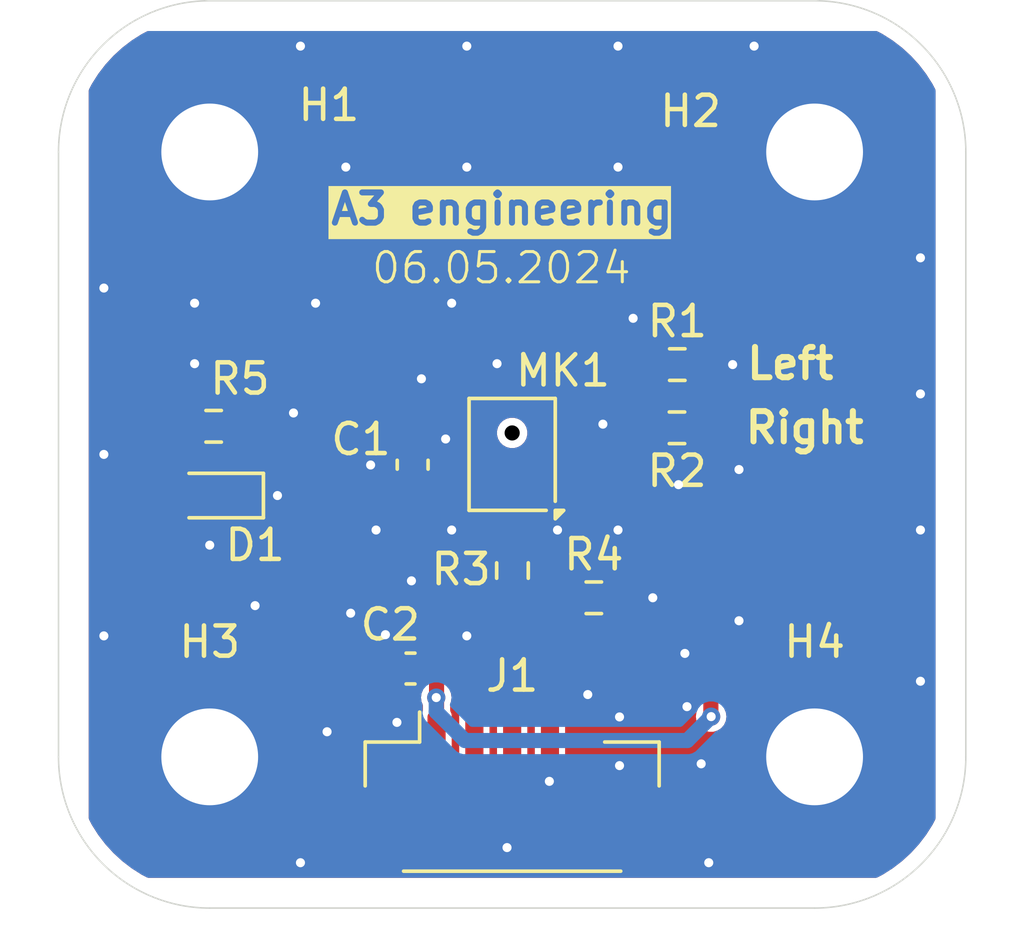
<source format=kicad_pcb>
(kicad_pcb (version 20240108) (generator "pcbnew") (generator_version "8.0")
  (layers (0 "F.Cu" signal) (31 "B.Cu" signal) (34 "B.Paste" user) (35 "F.Paste" user) (36 "B.SilkS" user "B.Silkscreen") (37 "F.SilkS" user "F.Silkscreen") (38 "B.Mask" user) (39 "F.Mask" user) (44 "Edge.Cuts" user))
  (net 0 "")
  (net 1 "GND")
  (net 2 "+3.3V")
  (net 3 "Net-(D1-A)")
  (net 4 "/I2S_SCK")
  (net 5 "/I2S_WS")
  (net 6 "/I2S_SD")
  (net 7 "Net-(MK1-LR)")
  (net 8 "Net-(MK1-SD)")
  (footprint "Resistor_SMD:R_0603_1608Metric_Pad0.98x0.95mm_HandSolder" (layer "F.Cu") (at 120.45 84.12 180)
    (property "Reference" "R2" (at 0 -1.43 180) (layer "F.SilkS"))
    (property "Value" "0R")
    (fp_line (start -0.254724 0.5225) (end 0.254724 0.5225) (stroke (width 0.12)) (layer "F.SilkS"))
    (fp_line (start -0.254724 -0.5225) (end 0.254724 -0.5225) (stroke (width 0.12)) (layer "F.SilkS"))
    (pad "1" smd roundrect (at -0.9125 0 180) (size 0.975 0.95) (layers "F.Cu" "F.Paste" "F.Mask") (net 2 "+3.3V"))
    (pad "2" smd roundrect (at 0.9125 0 180) (size 0.975 0.95) (layers "F.Cu" "F.Paste" "F.Mask") (net 7 "Net-(MK1-LR)"))
  )
  (footprint "LED_SMD:LED_0603_1608Metric_Pad1.05x0.95mm_HandSolder" (layer "F.Cu") (at 105.115 86.36 180)
    (property "Reference" "D1" (at -1.385 -1.64 180) (layer "F.SilkS"))
    (property "Value" "LED")
    (fp_line (start 0.8 -0.735) (end -1.66 -0.735) (stroke (width 0.12)) (layer "F.SilkS"))
    (fp_line (start -1.66 0.735) (end 0.8 0.735) (stroke (width 0.12)) (layer "F.SilkS"))
    (fp_line (start -1.66 -0.735) (end -1.66 0.735) (stroke (width 0.12)) (layer "F.SilkS"))
    (pad "1" smd roundrect (at -0.875 0 180) (size 1.05 0.95) (layers "F.Cu" "F.Paste" "F.Mask") (net 1 "GND"))
    (pad "2" smd roundrect (at 0.875 0 180) (size 1.05 0.95) (layers "F.Cu" "F.Paste" "F.Mask") (net 3 "Net-(D1-A)"))
  )
  (footprint "Resistor_SMD:R_0603_1608Metric_Pad0.98x0.95mm_HandSolder" (layer "F.Cu") (at 105.13 84.07 180)
    (property "Reference" "R5" (at -0.87 1.57 180) (layer "F.SilkS"))
    (property "Value" "330R")
    (fp_line (start -0.254724 0.5225) (end 0.254724 0.5225) (stroke (width 0.12)) (layer "F.SilkS"))
    (fp_line (start -0.254724 -0.5225) (end 0.254724 -0.5225) (stroke (width 0.12)) (layer "F.SilkS"))
    (pad "1" smd roundrect (at -0.9125 0 180) (size 0.975 0.95) (layers "F.Cu" "F.Paste" "F.Mask") (net 2 "+3.3V"))
    (pad "2" smd roundrect (at 0.9125 0 180) (size 0.975 0.95) (layers "F.Cu" "F.Paste" "F.Mask") (net 3 "Net-(D1-A)"))
  )
  (footprint "Capacitor_SMD:C_0603_1608Metric_Pad1.08x0.95mm_HandSolder" (layer "F.Cu") (at 111.71 85.34 90)
    (property "Reference" "C1" (at 0.840001 -1.709999 180) (layer "F.SilkS"))
    (property "Value" "100n")
    (fp_line (start -0.146267 -0.51) (end 0.146267 -0.51) (stroke (width 0.12)) (layer "F.SilkS"))
    (fp_line (start -0.146267 0.51) (end 0.146267 0.51) (stroke (width 0.12)) (layer "F.SilkS"))
    (pad "1" smd roundrect (at -0.8625 0 90) (size 1.075 0.95) (layers "F.Cu" "F.Paste" "F.Mask") (net 2 "+3.3V"))
    (pad "2" smd roundrect (at 0.8625 0 90) (size 1.075 0.95) (layers "F.Cu" "F.Paste" "F.Mask") (net 1 "GND"))
  )
  (footprint "Sensor_Audio:InvenSense_ICS-43434-6_3.5x2.65mm" (layer "F.Cu") (at 115 85 180)
    (property "Reference" "MK1" (at -1.68 2.77 0) (layer "F.SilkS"))
    (property "Value" "ICS-43434")
    (fp_line (start 1.425 1.85) (end -1.425 1.85) (stroke (width 0.12)) (layer "F.SilkS"))
    (fp_line (start 1.425 -1.85) (end 1.425 1.85) (stroke (width 0.12)) (layer "F.SilkS"))
    (fp_line (start -1.125 -1.85) (end 1.425 -1.85) (stroke (width 0.12)) (layer "F.SilkS"))
    (fp_line (start -1.425 1.85) (end -1.425 -1.55) (stroke (width 0.12)) (layer "F.SilkS"))
    (fp_poly (pts (xy -1.425 -1.85) (xy -1.705 -1.85) (xy -1.425 -2.13) (xy -1.425 -1.85)) (stroke (width 0.12)) (fill solid) (layer "F.SilkS"))
    (pad "" np_thru_hole circle (at 0 0.71 180) (size 0.5 0.5) (drill 0.5) (layers "*.Mask"))
    (pad "1" smd rect (at -0.9 -1.364 180) (size 0.6 0.522) (layers "F.Cu" "F.Mask") (net 5 "/I2S_WS"))
    (pad "2" smd rect (at -0.9 -0.542 180) (size 0.6 0.522) (layers "F.Cu" "F.Mask") (net 7 "Net-(MK1-LR)"))
    (pad "3" smd custom (at 0.6625 0.71 270) (size 0.3 0.3) (layers "F.Cu" "F.Mask") (net 1 "GND") (options (clearance outline) (anchor circle)) (primitives (gr_circle (center 0 -0.6625) (end 0.6625 -0.6625) (width 0.3) (fill no))))
    (pad "4" smd rect (at 0.9 -0.542 180) (size 0.6 0.522) (layers "F.Cu" "F.Mask") (net 4 "/I2S_SCK"))
    (pad "5" smd rect (at 0.9 -1.364 180) (size 0.6 0.522) (layers "F.Cu" "F.Mask") (net 2 "+3.3V"))
    (pad "6" smd rect (at 0 -1.364 180) (size 0.6 0.522) (layers "F.Cu" "F.Mask") (net 8 "Net-(MK1-SD)"))
  )
  (footprint "MountingHole:MountingHole_3.2mm_M3_DIN965_Pad" (layer "F.Cu") (at 105 95)
    (property "Reference" "H3" (at 0 -3.8 0) (layer "F.SilkS"))
    (property "Value" "MountingHole_Pad")
    (pad "1" thru_hole circle (at 0 0) (size 5.6 5.6) (drill 3.2) (layers "*.Cu" "*.Mask") (net 1 "GND"))
  )
  (footprint "Capacitor_SMD:C_0603_1608Metric_Pad1.08x0.95mm_HandSolder" (layer "F.Cu") (at 111.64 92.08 180)
    (property "Reference" "C2" (at 0.67 1.45 180) (layer "F.SilkS"))
    (property "Value" "1u")
    (fp_line (start -0.146267 0.51) (end 0.146267 0.51) (stroke (width 0.12)) (layer "F.SilkS"))
    (fp_line (start -0.146267 -0.51) (end 0.146267 -0.51) (stroke (width 0.12)) (layer "F.SilkS"))
    (pad "1" smd roundrect (at -0.8625 0 180) (size 1.075 0.95) (layers "F.Cu" "F.Paste" "F.Mask") (net 2 "+3.3V"))
    (pad "2" smd roundrect (at 0.8625 0 180) (size 1.075 0.95) (layers "F.Cu" "F.Paste" "F.Mask") (net 1 "GND"))
  )
  (footprint "Resistor_SMD:R_0603_1608Metric_Pad0.98x0.95mm_HandSolder" (layer "F.Cu") (at 117.7 89.74)
    (property "Reference" "R4" (at 0 -1.43 0) (layer "F.SilkS"))
    (property "Value" "100k")
    (fp_line (start -0.254724 -0.5225) (end 0.254724 -0.5225) (stroke (width 0.12)) (layer "F.SilkS"))
    (fp_line (start -0.254724 0.5225) (end 0.254724 0.5225) (stroke (width 0.12)) (layer "F.SilkS"))
    (pad "1" smd roundrect (at -0.9125 0) (size 0.975 0.95) (layers "F.Cu" "F.Paste" "F.Mask") (net 6 "/I2S_SD"))
    (pad "2" smd roundrect (at 0.9125 0) (size 0.975 0.95) (layers "F.Cu" "F.Paste" "F.Mask") (net 1 "GND"))
  )
  (footprint "MountingHole:MountingHole_3.2mm_M3_DIN965_Pad" (layer "F.Cu") (at 125 75)
    (property "Reference" "H2" (at -4.1 -1.35 0) (layer "F.SilkS"))
    (property "Value" "MountingHole_Pad")
    (pad "1" thru_hole circle (at 0 0) (size 5.6 5.6) (drill 3.2) (layers "*.Cu" "*.Mask") (net 1 "GND"))
  )
  (footprint "Connector_JST:JST_GH_SM05B-GHS-TB_1x05-1MP_P1.25mm_Horizontal" (layer "F.Cu") (at 115 96.22)
    (property "Reference" "J1" (at 0 -3.9 0) (layer "F.SilkS"))
    (property "Value" "Conn_01x05_MountingPin")
    (fp_line (start -4.86 -1.71) (end -3.06 -1.71) (stroke (width 0.12)) (layer "F.SilkS"))
    (fp_line (start -4.86 -0.26) (end -4.86 -1.71) (stroke (width 0.12)) (layer "F.SilkS"))
    (fp_line (start -3.59 2.56) (end 3.59 2.56) (stroke (width 0.12)) (layer "F.SilkS"))
    (fp_line (start -3.06 -1.71) (end -3.06 -2.7) (stroke (width 0.12)) (layer "F.SilkS"))
    (fp_line (start 4.86 -1.71) (end 3.06 -1.71) (stroke (width 0.12)) (layer "F.SilkS"))
    (fp_line (start 4.86 -0.26) (end 4.86 -1.71) (stroke (width 0.12)) (layer "F.SilkS"))
    (pad "1" smd roundrect (at -2.5 -1.85) (size 0.6 1.7) (layers "F.Cu" "F.Paste" "F.Mask") (net 2 "+3.3V"))
    (pad "2" smd roundrect (at -1.25 -1.85) (size 0.6 1.7) (layers "F.Cu" "F.Paste" "F.Mask") (net 4 "/I2S_SCK"))
    (pad "3" smd roundrect (at 0 -1.85) (size 0.6 1.7) (layers "F.Cu" "F.Paste" "F.Mask") (net 6 "/I2S_SD"))
    (pad "4" smd roundrect (at 1.25 -1.85) (size 0.6 1.7) (layers "F.Cu" "F.Paste" "F.Mask") (net 5 "/I2S_WS"))
    (pad "5" smd roundrect (at 2.5 -1.85) (size 0.6 1.7) (layers "F.Cu" "F.Paste" "F.Mask") (net 1 "GND"))
    (pad "MP" smd roundrect (at -4.35 1.35) (size 1 2.7) (layers "F.Cu" "F.Paste" "F.Mask") (net 1 "GND"))
    (pad "MP" smd roundrect (at 4.35 1.35) (size 1 2.7) (layers "F.Cu" "F.Paste" "F.Mask") (net 1 "GND"))
  )
  (footprint "Resistor_SMD:R_0603_1608Metric_Pad0.98x0.95mm_HandSolder" (layer "F.Cu") (at 115.01 88.84 -90)
    (property "Reference" "R3" (at -0.04 1.7 180) (layer "F.SilkS"))
    (property "Value" "22R")
    (fp_line (start -0.254724 0.5225) (end 0.254724 0.5225) (stroke (width 0.12)) (layer "F.SilkS"))
    (fp_line (start -0.254724 -0.5225) (end 0.254724 -0.5225) (stroke (width 0.12)) (layer "F.SilkS"))
    (pad "1" smd roundrect (at -0.9125 0 270) (size 0.975 0.95) (layers "F.Cu" "F.Paste" "F.Mask") (net 8 "Net-(MK1-SD)"))
    (pad "2" smd roundrect (at 0.9125 0 270) (size 0.975 0.95) (layers "F.Cu" "F.Paste" "F.Mask") (net 6 "/I2S_SD"))
  )
  (footprint "Resistor_SMD:R_0603_1608Metric_Pad0.98x0.95mm_HandSolder" (layer "F.Cu") (at 120.46 82.03)
    (property "Reference" "R1" (at 0 -1.43 0) (layer "F.SilkS"))
    (property "Value" "0R")
    (fp_line (start -0.254724 -0.5225) (end 0.254724 -0.5225) (stroke (width 0.12)) (layer "F.SilkS"))
    (fp_line (start -0.254724 0.5225) (end 0.254724 0.5225) (stroke (width 0.12)) (layer "F.SilkS"))
    (pad "1" smd roundrect (at -0.9125 0) (size 0.975 0.95) (layers "F.Cu" "F.Paste" "F.Mask") (net 7 "Net-(MK1-LR)"))
    (pad "2" smd roundrect (at 0.9125 0) (size 0.975 0.95) (layers "F.Cu" "F.Paste" "F.Mask") (net 1 "GND"))
  )
  (footprint "MountingHole:MountingHole_3.2mm_M3_DIN965_Pad" (layer "F.Cu") (at 125 95)
    (property "Reference" "H4" (at 0 -3.8 0) (layer "F.SilkS"))
    (property "Value" "MountingHole_Pad")
    (pad "1" thru_hole circle (at 0 0) (size 5.6 5.6) (drill 3.2) (layers "*.Cu" "*.Mask") (net 1 "GND"))
  )
  (footprint "MountingHole:MountingHole_3.2mm_M3_DIN965_Pad" (layer "F.Cu") (at 105 75)
    (property "Reference" "H1" (at 3.94 -1.55 0) (layer "F.SilkS"))
    (property "Value" "MountingHole_Pad")
    (pad "1" thru_hole circle (at 0 0) (size 5.6 5.6) (drill 3.2) (layers "*.Cu" "*.Mask") (net 1 "GND"))
  )
  (gr_arc (start 130 95) (mid 128.535534 98.535534) (end 125 100) (stroke (width 0.05)) (layer "Edge.Cuts"))
  (gr_line (start 105 70) (end 125 70) (stroke (width 0.05)) (layer "Edge.Cuts"))
  (gr_arc (start 100 75) (mid 101.464466 71.464466) (end 105 70) (stroke (width 0.05)) (layer "Edge.Cuts"))
  (gr_line (start 105 100) (end 125 100) (stroke (width 0.05)) (layer "Edge.Cuts"))
  (gr_line (start 100 75) (end 100 95) (stroke (width 0.05)) (layer "Edge.Cuts"))
  (gr_arc (start 105 100) (mid 101.464466 98.535534) (end 100 95) (stroke (width 0.05)) (layer "Edge.Cuts"))
  (gr_arc (start 125 70) (mid 128.535534 71.464466) (end 130 75) (stroke (width 0.05)) (layer "Edge.Cuts"))
  (gr_line (start 130 75) (end 130 95) (stroke (width 0.05)) (layer "Edge.Cuts"))
  (gr_text "06.05.2024" (at 110.29 79.42 0) (layer "F.SilkS") (effects (font (size 1 1) (thickness 0.1)) (justify left bottom)))
  (gr_text "A3 engineering" (at 108.91 77.47 0) (layer "F.SilkS" knockout) (effects (font (size 1 1) (thickness 0.2) (bold yes)) (justify left bottom)))
  (gr_text "Left" (at 122.66 82.58 0) (layer "F.SilkS") (effects (font (size 1 1) (thickness 0.2) (bold yes)) (justify left bottom)))
  (gr_text "Right" (at 122.61 84.7 0) (layer "F.SilkS") (effects (font (size 1 1) (thickness 0.2) (bold yes)) (justify left bottom)))
  (segment (start 122.29 82.03) (end 121.3725 82.03) (width 0.5) (layer "F.Cu") (net 1))
  (segment (start 112.8 84.49) (end 111.7225 84.49) (width 0.5) (layer "F.Cu") (net 1))
  (segment (start 119.65 89.74) (end 118.6125 89.74) (width 0.5) (layer "F.Cu") (net 1))
  (segment (start 111.7225 84.49) (end 111.71 84.4775) (width 0.5) (layer "F.Cu") (net 1))
  (segment (start 107.24 86.36) (end 105.99 86.36) (width 0.5) (layer "F.Cu") (net 1))
  (via (at 119 80.5) (size 0.6) (drill 0.3) (layers "F.Cu" "B.Cu") (net 1))
  (via (at 113 87.5) (size 0.6) (drill 0.3) (layers "F.Cu" "B.Cu") (net 1))
  (via (at 113 80) (size 0.6) (drill 0.3) (layers "F.Cu" "B.Cu") (net 1))
  (via (at 128.5 92.5) (size 0.6) (drill 0.3) (layers "F.Cu" "B.Cu") (net 1))
  (via (at 110.5 87.5) (size 0.6) (drill 0.3) (layers "F.Cu" "B.Cu") (net 1))
  (via (at 105 88) (size 0.6) (drill 0.3) (layers "F.Cu" "B.Cu") (net 1))
  (via (at 106.5 90) (size 0.6) (drill 0.3) (layers "F.Cu" "B.Cu") (net 1))
  (via (at 113.5 91) (size 0.6) (drill 0.3) (layers "F.Cu" "B.Cu") (net 1))
  (via (at 128.5 78.5) (size 0.6) (drill 0.3) (layers "F.Cu" "B.Cu") (net 1))
  (via (at 122.29 82.03) (size 0.6) (drill 0.3) (layers "F.Cu" "B.Cu") (net 1))
  (via (at 118.55 95.29) (size 0.6) (drill 0.3) (layers "F.Cu" "B.Cu") (net 1))
  (via (at 108 98.5) (size 0.6) (drill 0.3) (layers "F.Cu" "B.Cu") (net 1))
  (via (at 111.19 93.86) (size 0.6) (drill 0.3) (layers "F.Cu" "B.Cu") (net 1))
  (via (at 128.5 87.5) (size 0.6) (drill 0.3) (layers "F.Cu" "B.Cu") (net 1))
  (via (at 122.5 85.5) (size 0.6) (drill 0.3) (layers "F.Cu" "B.Cu") (net 1))
  (via (at 118.5 87.5) (size 0.6) (drill 0.3) (layers "F.Cu" "B.Cu") (net 1))
  (via (at 110.81 90.96) (size 0.6) (drill 0.3) (layers "F.Cu" "B.Cu") (net 1))
  (via (at 109.5 75.5) (size 0.6) (drill 0.3) (layers "F.Cu" "B.Cu") (net 1))
  (via (at 120.78 93.34) (size 0.6) (drill 0.3) (layers "F.Cu" "B.Cu") (net 1))
  (via (at 119.65 89.74) (size 0.6) (drill 0.3) (layers "F.Cu" "B.Cu") (net 1))
  (via (at 101.5 85) (size 0.6) (drill 0.3) (layers "F.Cu" "B.Cu") (net 1))
  (via (at 116.5 87.5) (size 0.6) (drill 0.3) (layers "F.Cu" "B.Cu") (net 1))
  (via (at 108.5 80) (size 0.6) (drill 0.3) (layers "F.Cu" "B.Cu") (net 1))
  (via (at 108.88 94.17) (size 0.6) (drill 0.3) (layers "F.Cu" "B.Cu") (net 1))
  (via (at 113.5 71.5) (size 0.6) (drill 0.3) (layers "F.Cu" "B.Cu") (net 1))
  (via (at 104.5 82) (size 0.6) (drill 0.3) (layers "F.Cu" "B.Cu") (net 1))
  (via (at 121.25 95.23) (size 0.6) (drill 0.3) (layers "F.Cu" "B.Cu") (net 1))
  (via (at 112 82.5) (size 0.6) (drill 0.3) (layers "F.Cu" "B.Cu") (net 1))
  (via (at 118.5 71.5) (size 0.6) (drill 0.3) (layers "F.Cu" "B.Cu") (net 1))
  (via (at 121.5 98.5) (size 0.6) (drill 0.3) (layers "F.Cu" "B.Cu") (net 1))
  (via (at 107.77 83.63) (size 0.6) (drill 0.3) (layers "F.Cu" "B.Cu") (net 1))
  (via (at 118.55 93.68) (size 0.6) (drill 0.3) (layers "F.Cu" "B.Cu") (net 1))
  (via (at 109.66 90.25) (size 0.6) (drill 0.3) (layers "F.Cu" "B.Cu") (net 1))
  (via (at 101.5 91) (size 0.6) (drill 0.3) (layers "F.Cu" "B.Cu") (net 1))
  (via (at 114.5 82) (size 0.6) (drill 0.3) (layers "F.Cu" "B.Cu") (net 1))
  (via (at 110.32 85.35) (size 0.6) (drill 0.3) (layers "F.Cu" "B.Cu") (net 1))
  (via (at 122.5 90.5) (size 0.6) (drill 0.3) (layers "F.Cu" "B.Cu") (net 1))
  (via (at 128.5 83) (size 0.6) (drill 0.3) (layers "F.Cu" "B.Cu") (net 1))
  (via (at 116.23 95.81) (size 0.6) (drill 0.3) (layers "F.Cu" "B.Cu") (net 1))
  (via (at 112.8 84.49) (size 0.6) (drill 0.3) (layers "F.Cu" "B.Cu") (net 1))
  (via (at 117.5 92.94) (size 0.6) (drill 0.3) (layers "F.Cu" "B.Cu") (net 1))
  (via (at 120.71 91.58) (size 0.6) (drill 0.3) (layers "F.Cu" "B.Cu") (net 1))
  (via (at 118 84) (size 0.6) (drill 0.3) (layers "F.Cu" "B.Cu") (net 1))
  (via (at 101.5 79.5) (size 0.6) (drill 0.3) (layers "F.Cu" "B.Cu") (net 1))
  (via (at 104.5 80) (size 0.6) (drill 0.3) (layers "F.Cu" "B.Cu") (net 1))
  (via (at 107.24 86.36) (size 0.6) (drill 0.3) (layers "F.Cu" "B.Cu") (net 1))
  (via (at 118.5 75.5) (size 0.6) (drill 0.3) (layers "F.Cu" "B.Cu") (net 1))
  (via (at 108 71.5) (size 0.6) (drill 0.3) (layers "F.Cu" "B.Cu") (net 1))
  (via (at 111.67 89.18) (size 0.6) (drill 0.3) (layers "F.Cu" "B.Cu") (net 1))
  (via (at 114.83 98) (size 0.6) (drill 0.3) (layers "F.Cu" "B.Cu") (net 1))
  (via (at 120.5 86) (size 0.6) (drill 0.3) (layers "F.Cu" "B.Cu") (net 1))
  (via (at 113.5 75.5) (size 0.6) (drill 0.3) (layers "F.Cu" "B.Cu") (net 1))
  (via (at 123 71.5) (size 0.6) (drill 0.3) (layers "F.Cu" "B.Cu") (net 1))
  (segment (start 111.71 87.86) (end 112.5025 88.6525) (width 0.5) (layer "F.Cu") (net 2))
  (segment (start 112.5 92.0825) (end 112.5025 92.08) (width 0.5) (layer "F.Cu") (net 2))
  (segment (start 112.49 93.04) (end 112.5 93.03) (width 0.5) (layer "F.Cu") (net 2))
  (segment (start 121.57 84.3275) (end 121.57 93.66) (width 0.5) (layer "F.Cu") (net 2))
  (segment (start 106.96 84.07) (end 109.0925 86.2025) (width 0.5) (layer "F.Cu") (net 2))
  (segment (start 111.5925 86.32) (end 111.71 86.2025) (width 0.5) (layer "F.Cu") (net 2))
  (segment (start 109.0925 86.2025) (end 111.71 86.2025) (width 0.5) (layer "F.Cu") (net 2))
  (segment (start 114.1 86.364) (end 111.8715 86.364) (width 0.5) (layer "F.Cu") (net 2))
  (segment (start 121.58 93.67) (end 121.57 93.68) (width 0.5) (layer "F.Cu") (net 2))
  (segment (start 106.0425 84.07) (end 106.96 84.07) (width 0.5) (layer "F.Cu") (net 2))
  (segment (start 112.5 93.05) (end 112.49 93.04) (width 0.5) (layer "F.Cu") (net 2))
  (segment (start 111.71 86.2025) (end 111.71 87.86) (width 0.5) (layer "F.Cu") (net 2))
  (segment (start 112.5 93.03) (end 112.5 92.0825) (width 0.5) (layer "F.Cu") (net 2))
  (segment (start 112.5025 88.6525) (end 112.5025 92.08) (width 0.5) (layer "F.Cu") (net 2))
  (segment (start 112.5 94.37) (end 112.5 93.05) (width 0.5) (layer "F.Cu") (net 2))
  (segment (start 121.3625 84.12) (end 121.57 84.3275) (width 0.5) (layer "F.Cu") (net 2))
  (segment (start 111.8715 86.364) (end 111.71 86.2025) (width 0.5) (layer "F.Cu") (net 2))
  (segment (start 121.57 93.68) (end 121.57 93.69) (width 0.5) (layer "F.Cu") (net 2))
  (segment (start 121.57 93.66) (end 121.58 93.67) (width 0.5) (layer "F.Cu") (net 2))
  (via (at 121.58 93.67) (size 0.6) (drill 0.3) (layers "F.Cu" "B.Cu") (net 2))
  (via (at 112.49 93.04) (size 0.6) (drill 0.3) (layers "F.Cu" "B.Cu") (net 2))
  (segment (start 112.49 93.04) (end 112.49 93.51) (width 0.5) (layer "B.Cu") (net 2))
  (segment (start 112.49 93.51) (end 113.44 94.46) (width 0.5) (layer "B.Cu") (net 2))
  (segment (start 113.44 94.46) (end 120.79 94.46) (width 0.5) (layer "B.Cu") (net 2))
  (segment (start 120.79 94.46) (end 121.58 93.67) (width 0.5) (layer "B.Cu") (net 2))
  (segment (start 104.2175 86.3375) (end 104.24 86.36) (width 0.5) (layer "F.Cu") (net 3))
  (segment (start 104.2175 84.07) (end 104.2175 86.3375) (width 0.5) (layer "F.Cu") (net 3))
  (segment (start 104.13 81.04) (end 102.54 82.63) (width 0.5) (layer "F.Cu") (net 4))
  (segment (start 107 89.03) (end 108.98 91.01) (width 0.5) (layer "F.Cu") (net 4))
  (segment (start 111.95 96.06) (end 113.3 96.06) (width 0.5) (layer "F.Cu") (net 4))
  (segment (start 113.55 81.78) (end 112.81 81.04) (width 0.5) (layer "F.Cu") (net 4))
  (segment (start 112.81 81.04) (end 104.13 81.04) (width 0.5) (layer "F.Cu") (net 4))
  (segment (start 113.3 96.06) (end 113.75 95.61) (width 0.5) (layer "F.Cu") (net 4))
  (segment (start 113.55 85) (end 113.55 81.78) (width 0.5) (layer "F.Cu") (net 4))
  (segment (start 114.1 85.542) (end 114.092 85.542) (width 0.5) (layer "F.Cu") (net 4))
  (segment (start 104.25 89.03) (end 107 89.03) (width 0.5) (layer "F.Cu") (net 4))
  (segment (start 108.98 91.01) (end 108.98 93.09) (width 0.5) (layer "F.Cu") (net 4))
  (segment (start 102.54 82.63) (end 102.54 87.32) (width 0.5) (layer "F.Cu") (net 4))
  (segment (start 114.092 85.542) (end 113.55 85) (width 0.5) (layer "F.Cu") (net 4))
  (segment (start 113.75 95.61) (end 113.75 94.37) (width 0.5) (layer "F.Cu") (net 4))
  (segment (start 108.98 93.09) (end 111.95 96.06) (width 0.5) (layer "F.Cu") (net 4))
  (segment (start 102.54 87.32) (end 104.25 89.03) (width 0.5) (layer "F.Cu") (net 4))
  (segment (start 116.25 92.28) (end 116.25 94.37) (width 0.5) (layer "F.Cu") (net 5))
  (segment (start 120.74 90.28) (end 119.64 91.38) (width 0.5) (layer "F.Cu") (net 5))
  (segment (start 117.15 91.38) (end 116.25 92.28) (width 0.5) (layer "F.Cu") (net 5))
  (segment (start 119.64 91.38) (end 117.15 91.38) (width 0.5) (layer "F.Cu") (net 5))
  (segment (start 115.9 86.364) (end 118.754 86.364) (width 0.5) (layer "F.Cu") (net 5))
  (segment (start 118.754 86.364) (end 120.74 88.35) (width 0.5) (layer "F.Cu") (net 5))
  (segment (start 120.74 88.35) (end 120.74 90.28) (width 0.5) (layer "F.Cu") (net 5))
  (segment (start 116.775 89.7525) (end 116.7875 89.74) (width 0.5) (layer "F.Cu") (net 6))
  (segment (start 115 89.7625) (end 115.01 89.7525) (width 0.5) (layer "F.Cu") (net 6))
  (segment (start 115.01 89.7525) (end 116.775 89.7525) (width 0.5) (layer "F.Cu") (net 6))
  (segment (start 115 94.37) (end 115 89.7625) (width 0.5) (layer "F.Cu") (net 6))
  (segment (start 115.9 85.542) (end 118.1155 85.542) (width 0.5) (layer "F.Cu") (net 7))
  (segment (start 119.5475 82.03) (end 119.5475 84.11) (width 0.5) (layer "F.Cu") (net 7))
  (segment (start 119.5475 84.11) (end 119.5375 84.12) (width 0.5) (layer "F.Cu") (net 7))
  (segment (start 118.1155 85.542) (end 119.5375 84.12) (width 0.5) (layer "F.Cu") (net 7))
  (segment (start 115 86.364) (end 115 87.9175) (width 0.5) (layer "F.Cu") (net 8))
  (segment (start 115 87.9175) (end 115.01 87.9275) (width 0.5) (layer "F.Cu") (net 8))
  (zone (net 1) (net_name "GND") (layer "F.Cu") (priority 1) (connect_pads yes (clearance 0.2)) (min_thickness 0.2) (fill yes (thermal_gap 0.5) (thermal_bridge_width 1) (smoothing fillet) (radius 5))
    (polygon (pts (xy 101 71) (xy 129 71) (xy 129 99) (xy 101 99)))
  )
  (zone (net 1) (net_name "GND") (layer "B.Cu") (connect_pads yes (clearance 0.2)) (min_thickness 0.2) (fill yes (thermal_gap 0.5) (thermal_bridge_width 1) (smoothing fillet) (radius 5))
    (polygon (pts (xy 101 71) (xy 129 71) (xy 129 99) (xy 101 99)))
  )
)
</source>
